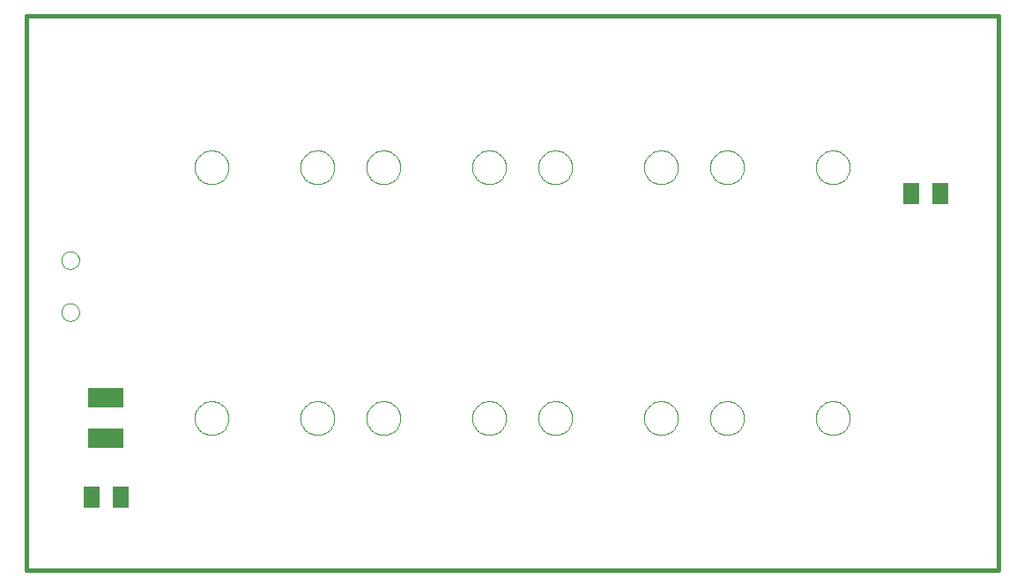
<source format=gtp>
G75*
G70*
%OFA0B0*%
%FSLAX24Y24*%
%IPPOS*%
%LPD*%
%AMOC8*
5,1,8,0,0,1.08239X$1,22.5*
%
%ADD10C,0.0160*%
%ADD11C,0.0000*%
%ADD12R,0.0630X0.0787*%
%ADD13R,0.1339X0.0748*%
D10*
X000550Y001235D02*
X037300Y001235D01*
X037300Y022235D01*
X000550Y022235D01*
X000550Y001235D01*
D11*
X006910Y006985D02*
X006912Y007035D01*
X006918Y007085D01*
X006928Y007134D01*
X006941Y007183D01*
X006959Y007230D01*
X006980Y007276D01*
X007004Y007319D01*
X007032Y007361D01*
X007063Y007401D01*
X007097Y007438D01*
X007134Y007472D01*
X007174Y007503D01*
X007216Y007531D01*
X007259Y007555D01*
X007305Y007576D01*
X007352Y007594D01*
X007401Y007607D01*
X007450Y007617D01*
X007500Y007623D01*
X007550Y007625D01*
X007600Y007623D01*
X007650Y007617D01*
X007699Y007607D01*
X007748Y007594D01*
X007795Y007576D01*
X007841Y007555D01*
X007884Y007531D01*
X007926Y007503D01*
X007966Y007472D01*
X008003Y007438D01*
X008037Y007401D01*
X008068Y007361D01*
X008096Y007319D01*
X008120Y007276D01*
X008141Y007230D01*
X008159Y007183D01*
X008172Y007134D01*
X008182Y007085D01*
X008188Y007035D01*
X008190Y006985D01*
X008188Y006935D01*
X008182Y006885D01*
X008172Y006836D01*
X008159Y006787D01*
X008141Y006740D01*
X008120Y006694D01*
X008096Y006651D01*
X008068Y006609D01*
X008037Y006569D01*
X008003Y006532D01*
X007966Y006498D01*
X007926Y006467D01*
X007884Y006439D01*
X007841Y006415D01*
X007795Y006394D01*
X007748Y006376D01*
X007699Y006363D01*
X007650Y006353D01*
X007600Y006347D01*
X007550Y006345D01*
X007500Y006347D01*
X007450Y006353D01*
X007401Y006363D01*
X007352Y006376D01*
X007305Y006394D01*
X007259Y006415D01*
X007216Y006439D01*
X007174Y006467D01*
X007134Y006498D01*
X007097Y006532D01*
X007063Y006569D01*
X007032Y006609D01*
X007004Y006651D01*
X006980Y006694D01*
X006959Y006740D01*
X006941Y006787D01*
X006928Y006836D01*
X006918Y006885D01*
X006912Y006935D01*
X006910Y006985D01*
X010910Y006985D02*
X010912Y007035D01*
X010918Y007085D01*
X010928Y007134D01*
X010941Y007183D01*
X010959Y007230D01*
X010980Y007276D01*
X011004Y007319D01*
X011032Y007361D01*
X011063Y007401D01*
X011097Y007438D01*
X011134Y007472D01*
X011174Y007503D01*
X011216Y007531D01*
X011259Y007555D01*
X011305Y007576D01*
X011352Y007594D01*
X011401Y007607D01*
X011450Y007617D01*
X011500Y007623D01*
X011550Y007625D01*
X011600Y007623D01*
X011650Y007617D01*
X011699Y007607D01*
X011748Y007594D01*
X011795Y007576D01*
X011841Y007555D01*
X011884Y007531D01*
X011926Y007503D01*
X011966Y007472D01*
X012003Y007438D01*
X012037Y007401D01*
X012068Y007361D01*
X012096Y007319D01*
X012120Y007276D01*
X012141Y007230D01*
X012159Y007183D01*
X012172Y007134D01*
X012182Y007085D01*
X012188Y007035D01*
X012190Y006985D01*
X012188Y006935D01*
X012182Y006885D01*
X012172Y006836D01*
X012159Y006787D01*
X012141Y006740D01*
X012120Y006694D01*
X012096Y006651D01*
X012068Y006609D01*
X012037Y006569D01*
X012003Y006532D01*
X011966Y006498D01*
X011926Y006467D01*
X011884Y006439D01*
X011841Y006415D01*
X011795Y006394D01*
X011748Y006376D01*
X011699Y006363D01*
X011650Y006353D01*
X011600Y006347D01*
X011550Y006345D01*
X011500Y006347D01*
X011450Y006353D01*
X011401Y006363D01*
X011352Y006376D01*
X011305Y006394D01*
X011259Y006415D01*
X011216Y006439D01*
X011174Y006467D01*
X011134Y006498D01*
X011097Y006532D01*
X011063Y006569D01*
X011032Y006609D01*
X011004Y006651D01*
X010980Y006694D01*
X010959Y006740D01*
X010941Y006787D01*
X010928Y006836D01*
X010918Y006885D01*
X010912Y006935D01*
X010910Y006985D01*
X013410Y006985D02*
X013412Y007035D01*
X013418Y007085D01*
X013428Y007134D01*
X013441Y007183D01*
X013459Y007230D01*
X013480Y007276D01*
X013504Y007319D01*
X013532Y007361D01*
X013563Y007401D01*
X013597Y007438D01*
X013634Y007472D01*
X013674Y007503D01*
X013716Y007531D01*
X013759Y007555D01*
X013805Y007576D01*
X013852Y007594D01*
X013901Y007607D01*
X013950Y007617D01*
X014000Y007623D01*
X014050Y007625D01*
X014100Y007623D01*
X014150Y007617D01*
X014199Y007607D01*
X014248Y007594D01*
X014295Y007576D01*
X014341Y007555D01*
X014384Y007531D01*
X014426Y007503D01*
X014466Y007472D01*
X014503Y007438D01*
X014537Y007401D01*
X014568Y007361D01*
X014596Y007319D01*
X014620Y007276D01*
X014641Y007230D01*
X014659Y007183D01*
X014672Y007134D01*
X014682Y007085D01*
X014688Y007035D01*
X014690Y006985D01*
X014688Y006935D01*
X014682Y006885D01*
X014672Y006836D01*
X014659Y006787D01*
X014641Y006740D01*
X014620Y006694D01*
X014596Y006651D01*
X014568Y006609D01*
X014537Y006569D01*
X014503Y006532D01*
X014466Y006498D01*
X014426Y006467D01*
X014384Y006439D01*
X014341Y006415D01*
X014295Y006394D01*
X014248Y006376D01*
X014199Y006363D01*
X014150Y006353D01*
X014100Y006347D01*
X014050Y006345D01*
X014000Y006347D01*
X013950Y006353D01*
X013901Y006363D01*
X013852Y006376D01*
X013805Y006394D01*
X013759Y006415D01*
X013716Y006439D01*
X013674Y006467D01*
X013634Y006498D01*
X013597Y006532D01*
X013563Y006569D01*
X013532Y006609D01*
X013504Y006651D01*
X013480Y006694D01*
X013459Y006740D01*
X013441Y006787D01*
X013428Y006836D01*
X013418Y006885D01*
X013412Y006935D01*
X013410Y006985D01*
X017410Y006985D02*
X017412Y007035D01*
X017418Y007085D01*
X017428Y007134D01*
X017441Y007183D01*
X017459Y007230D01*
X017480Y007276D01*
X017504Y007319D01*
X017532Y007361D01*
X017563Y007401D01*
X017597Y007438D01*
X017634Y007472D01*
X017674Y007503D01*
X017716Y007531D01*
X017759Y007555D01*
X017805Y007576D01*
X017852Y007594D01*
X017901Y007607D01*
X017950Y007617D01*
X018000Y007623D01*
X018050Y007625D01*
X018100Y007623D01*
X018150Y007617D01*
X018199Y007607D01*
X018248Y007594D01*
X018295Y007576D01*
X018341Y007555D01*
X018384Y007531D01*
X018426Y007503D01*
X018466Y007472D01*
X018503Y007438D01*
X018537Y007401D01*
X018568Y007361D01*
X018596Y007319D01*
X018620Y007276D01*
X018641Y007230D01*
X018659Y007183D01*
X018672Y007134D01*
X018682Y007085D01*
X018688Y007035D01*
X018690Y006985D01*
X018688Y006935D01*
X018682Y006885D01*
X018672Y006836D01*
X018659Y006787D01*
X018641Y006740D01*
X018620Y006694D01*
X018596Y006651D01*
X018568Y006609D01*
X018537Y006569D01*
X018503Y006532D01*
X018466Y006498D01*
X018426Y006467D01*
X018384Y006439D01*
X018341Y006415D01*
X018295Y006394D01*
X018248Y006376D01*
X018199Y006363D01*
X018150Y006353D01*
X018100Y006347D01*
X018050Y006345D01*
X018000Y006347D01*
X017950Y006353D01*
X017901Y006363D01*
X017852Y006376D01*
X017805Y006394D01*
X017759Y006415D01*
X017716Y006439D01*
X017674Y006467D01*
X017634Y006498D01*
X017597Y006532D01*
X017563Y006569D01*
X017532Y006609D01*
X017504Y006651D01*
X017480Y006694D01*
X017459Y006740D01*
X017441Y006787D01*
X017428Y006836D01*
X017418Y006885D01*
X017412Y006935D01*
X017410Y006985D01*
X019910Y006985D02*
X019912Y007035D01*
X019918Y007085D01*
X019928Y007134D01*
X019941Y007183D01*
X019959Y007230D01*
X019980Y007276D01*
X020004Y007319D01*
X020032Y007361D01*
X020063Y007401D01*
X020097Y007438D01*
X020134Y007472D01*
X020174Y007503D01*
X020216Y007531D01*
X020259Y007555D01*
X020305Y007576D01*
X020352Y007594D01*
X020401Y007607D01*
X020450Y007617D01*
X020500Y007623D01*
X020550Y007625D01*
X020600Y007623D01*
X020650Y007617D01*
X020699Y007607D01*
X020748Y007594D01*
X020795Y007576D01*
X020841Y007555D01*
X020884Y007531D01*
X020926Y007503D01*
X020966Y007472D01*
X021003Y007438D01*
X021037Y007401D01*
X021068Y007361D01*
X021096Y007319D01*
X021120Y007276D01*
X021141Y007230D01*
X021159Y007183D01*
X021172Y007134D01*
X021182Y007085D01*
X021188Y007035D01*
X021190Y006985D01*
X021188Y006935D01*
X021182Y006885D01*
X021172Y006836D01*
X021159Y006787D01*
X021141Y006740D01*
X021120Y006694D01*
X021096Y006651D01*
X021068Y006609D01*
X021037Y006569D01*
X021003Y006532D01*
X020966Y006498D01*
X020926Y006467D01*
X020884Y006439D01*
X020841Y006415D01*
X020795Y006394D01*
X020748Y006376D01*
X020699Y006363D01*
X020650Y006353D01*
X020600Y006347D01*
X020550Y006345D01*
X020500Y006347D01*
X020450Y006353D01*
X020401Y006363D01*
X020352Y006376D01*
X020305Y006394D01*
X020259Y006415D01*
X020216Y006439D01*
X020174Y006467D01*
X020134Y006498D01*
X020097Y006532D01*
X020063Y006569D01*
X020032Y006609D01*
X020004Y006651D01*
X019980Y006694D01*
X019959Y006740D01*
X019941Y006787D01*
X019928Y006836D01*
X019918Y006885D01*
X019912Y006935D01*
X019910Y006985D01*
X023910Y006985D02*
X023912Y007035D01*
X023918Y007085D01*
X023928Y007134D01*
X023941Y007183D01*
X023959Y007230D01*
X023980Y007276D01*
X024004Y007319D01*
X024032Y007361D01*
X024063Y007401D01*
X024097Y007438D01*
X024134Y007472D01*
X024174Y007503D01*
X024216Y007531D01*
X024259Y007555D01*
X024305Y007576D01*
X024352Y007594D01*
X024401Y007607D01*
X024450Y007617D01*
X024500Y007623D01*
X024550Y007625D01*
X024600Y007623D01*
X024650Y007617D01*
X024699Y007607D01*
X024748Y007594D01*
X024795Y007576D01*
X024841Y007555D01*
X024884Y007531D01*
X024926Y007503D01*
X024966Y007472D01*
X025003Y007438D01*
X025037Y007401D01*
X025068Y007361D01*
X025096Y007319D01*
X025120Y007276D01*
X025141Y007230D01*
X025159Y007183D01*
X025172Y007134D01*
X025182Y007085D01*
X025188Y007035D01*
X025190Y006985D01*
X025188Y006935D01*
X025182Y006885D01*
X025172Y006836D01*
X025159Y006787D01*
X025141Y006740D01*
X025120Y006694D01*
X025096Y006651D01*
X025068Y006609D01*
X025037Y006569D01*
X025003Y006532D01*
X024966Y006498D01*
X024926Y006467D01*
X024884Y006439D01*
X024841Y006415D01*
X024795Y006394D01*
X024748Y006376D01*
X024699Y006363D01*
X024650Y006353D01*
X024600Y006347D01*
X024550Y006345D01*
X024500Y006347D01*
X024450Y006353D01*
X024401Y006363D01*
X024352Y006376D01*
X024305Y006394D01*
X024259Y006415D01*
X024216Y006439D01*
X024174Y006467D01*
X024134Y006498D01*
X024097Y006532D01*
X024063Y006569D01*
X024032Y006609D01*
X024004Y006651D01*
X023980Y006694D01*
X023959Y006740D01*
X023941Y006787D01*
X023928Y006836D01*
X023918Y006885D01*
X023912Y006935D01*
X023910Y006985D01*
X026410Y006985D02*
X026412Y007035D01*
X026418Y007085D01*
X026428Y007134D01*
X026441Y007183D01*
X026459Y007230D01*
X026480Y007276D01*
X026504Y007319D01*
X026532Y007361D01*
X026563Y007401D01*
X026597Y007438D01*
X026634Y007472D01*
X026674Y007503D01*
X026716Y007531D01*
X026759Y007555D01*
X026805Y007576D01*
X026852Y007594D01*
X026901Y007607D01*
X026950Y007617D01*
X027000Y007623D01*
X027050Y007625D01*
X027100Y007623D01*
X027150Y007617D01*
X027199Y007607D01*
X027248Y007594D01*
X027295Y007576D01*
X027341Y007555D01*
X027384Y007531D01*
X027426Y007503D01*
X027466Y007472D01*
X027503Y007438D01*
X027537Y007401D01*
X027568Y007361D01*
X027596Y007319D01*
X027620Y007276D01*
X027641Y007230D01*
X027659Y007183D01*
X027672Y007134D01*
X027682Y007085D01*
X027688Y007035D01*
X027690Y006985D01*
X027688Y006935D01*
X027682Y006885D01*
X027672Y006836D01*
X027659Y006787D01*
X027641Y006740D01*
X027620Y006694D01*
X027596Y006651D01*
X027568Y006609D01*
X027537Y006569D01*
X027503Y006532D01*
X027466Y006498D01*
X027426Y006467D01*
X027384Y006439D01*
X027341Y006415D01*
X027295Y006394D01*
X027248Y006376D01*
X027199Y006363D01*
X027150Y006353D01*
X027100Y006347D01*
X027050Y006345D01*
X027000Y006347D01*
X026950Y006353D01*
X026901Y006363D01*
X026852Y006376D01*
X026805Y006394D01*
X026759Y006415D01*
X026716Y006439D01*
X026674Y006467D01*
X026634Y006498D01*
X026597Y006532D01*
X026563Y006569D01*
X026532Y006609D01*
X026504Y006651D01*
X026480Y006694D01*
X026459Y006740D01*
X026441Y006787D01*
X026428Y006836D01*
X026418Y006885D01*
X026412Y006935D01*
X026410Y006985D01*
X030410Y006985D02*
X030412Y007035D01*
X030418Y007085D01*
X030428Y007134D01*
X030441Y007183D01*
X030459Y007230D01*
X030480Y007276D01*
X030504Y007319D01*
X030532Y007361D01*
X030563Y007401D01*
X030597Y007438D01*
X030634Y007472D01*
X030674Y007503D01*
X030716Y007531D01*
X030759Y007555D01*
X030805Y007576D01*
X030852Y007594D01*
X030901Y007607D01*
X030950Y007617D01*
X031000Y007623D01*
X031050Y007625D01*
X031100Y007623D01*
X031150Y007617D01*
X031199Y007607D01*
X031248Y007594D01*
X031295Y007576D01*
X031341Y007555D01*
X031384Y007531D01*
X031426Y007503D01*
X031466Y007472D01*
X031503Y007438D01*
X031537Y007401D01*
X031568Y007361D01*
X031596Y007319D01*
X031620Y007276D01*
X031641Y007230D01*
X031659Y007183D01*
X031672Y007134D01*
X031682Y007085D01*
X031688Y007035D01*
X031690Y006985D01*
X031688Y006935D01*
X031682Y006885D01*
X031672Y006836D01*
X031659Y006787D01*
X031641Y006740D01*
X031620Y006694D01*
X031596Y006651D01*
X031568Y006609D01*
X031537Y006569D01*
X031503Y006532D01*
X031466Y006498D01*
X031426Y006467D01*
X031384Y006439D01*
X031341Y006415D01*
X031295Y006394D01*
X031248Y006376D01*
X031199Y006363D01*
X031150Y006353D01*
X031100Y006347D01*
X031050Y006345D01*
X031000Y006347D01*
X030950Y006353D01*
X030901Y006363D01*
X030852Y006376D01*
X030805Y006394D01*
X030759Y006415D01*
X030716Y006439D01*
X030674Y006467D01*
X030634Y006498D01*
X030597Y006532D01*
X030563Y006569D01*
X030532Y006609D01*
X030504Y006651D01*
X030480Y006694D01*
X030459Y006740D01*
X030441Y006787D01*
X030428Y006836D01*
X030418Y006885D01*
X030412Y006935D01*
X030410Y006985D01*
X030410Y016485D02*
X030412Y016535D01*
X030418Y016585D01*
X030428Y016634D01*
X030441Y016683D01*
X030459Y016730D01*
X030480Y016776D01*
X030504Y016819D01*
X030532Y016861D01*
X030563Y016901D01*
X030597Y016938D01*
X030634Y016972D01*
X030674Y017003D01*
X030716Y017031D01*
X030759Y017055D01*
X030805Y017076D01*
X030852Y017094D01*
X030901Y017107D01*
X030950Y017117D01*
X031000Y017123D01*
X031050Y017125D01*
X031100Y017123D01*
X031150Y017117D01*
X031199Y017107D01*
X031248Y017094D01*
X031295Y017076D01*
X031341Y017055D01*
X031384Y017031D01*
X031426Y017003D01*
X031466Y016972D01*
X031503Y016938D01*
X031537Y016901D01*
X031568Y016861D01*
X031596Y016819D01*
X031620Y016776D01*
X031641Y016730D01*
X031659Y016683D01*
X031672Y016634D01*
X031682Y016585D01*
X031688Y016535D01*
X031690Y016485D01*
X031688Y016435D01*
X031682Y016385D01*
X031672Y016336D01*
X031659Y016287D01*
X031641Y016240D01*
X031620Y016194D01*
X031596Y016151D01*
X031568Y016109D01*
X031537Y016069D01*
X031503Y016032D01*
X031466Y015998D01*
X031426Y015967D01*
X031384Y015939D01*
X031341Y015915D01*
X031295Y015894D01*
X031248Y015876D01*
X031199Y015863D01*
X031150Y015853D01*
X031100Y015847D01*
X031050Y015845D01*
X031000Y015847D01*
X030950Y015853D01*
X030901Y015863D01*
X030852Y015876D01*
X030805Y015894D01*
X030759Y015915D01*
X030716Y015939D01*
X030674Y015967D01*
X030634Y015998D01*
X030597Y016032D01*
X030563Y016069D01*
X030532Y016109D01*
X030504Y016151D01*
X030480Y016194D01*
X030459Y016240D01*
X030441Y016287D01*
X030428Y016336D01*
X030418Y016385D01*
X030412Y016435D01*
X030410Y016485D01*
X026410Y016485D02*
X026412Y016535D01*
X026418Y016585D01*
X026428Y016634D01*
X026441Y016683D01*
X026459Y016730D01*
X026480Y016776D01*
X026504Y016819D01*
X026532Y016861D01*
X026563Y016901D01*
X026597Y016938D01*
X026634Y016972D01*
X026674Y017003D01*
X026716Y017031D01*
X026759Y017055D01*
X026805Y017076D01*
X026852Y017094D01*
X026901Y017107D01*
X026950Y017117D01*
X027000Y017123D01*
X027050Y017125D01*
X027100Y017123D01*
X027150Y017117D01*
X027199Y017107D01*
X027248Y017094D01*
X027295Y017076D01*
X027341Y017055D01*
X027384Y017031D01*
X027426Y017003D01*
X027466Y016972D01*
X027503Y016938D01*
X027537Y016901D01*
X027568Y016861D01*
X027596Y016819D01*
X027620Y016776D01*
X027641Y016730D01*
X027659Y016683D01*
X027672Y016634D01*
X027682Y016585D01*
X027688Y016535D01*
X027690Y016485D01*
X027688Y016435D01*
X027682Y016385D01*
X027672Y016336D01*
X027659Y016287D01*
X027641Y016240D01*
X027620Y016194D01*
X027596Y016151D01*
X027568Y016109D01*
X027537Y016069D01*
X027503Y016032D01*
X027466Y015998D01*
X027426Y015967D01*
X027384Y015939D01*
X027341Y015915D01*
X027295Y015894D01*
X027248Y015876D01*
X027199Y015863D01*
X027150Y015853D01*
X027100Y015847D01*
X027050Y015845D01*
X027000Y015847D01*
X026950Y015853D01*
X026901Y015863D01*
X026852Y015876D01*
X026805Y015894D01*
X026759Y015915D01*
X026716Y015939D01*
X026674Y015967D01*
X026634Y015998D01*
X026597Y016032D01*
X026563Y016069D01*
X026532Y016109D01*
X026504Y016151D01*
X026480Y016194D01*
X026459Y016240D01*
X026441Y016287D01*
X026428Y016336D01*
X026418Y016385D01*
X026412Y016435D01*
X026410Y016485D01*
X023910Y016485D02*
X023912Y016535D01*
X023918Y016585D01*
X023928Y016634D01*
X023941Y016683D01*
X023959Y016730D01*
X023980Y016776D01*
X024004Y016819D01*
X024032Y016861D01*
X024063Y016901D01*
X024097Y016938D01*
X024134Y016972D01*
X024174Y017003D01*
X024216Y017031D01*
X024259Y017055D01*
X024305Y017076D01*
X024352Y017094D01*
X024401Y017107D01*
X024450Y017117D01*
X024500Y017123D01*
X024550Y017125D01*
X024600Y017123D01*
X024650Y017117D01*
X024699Y017107D01*
X024748Y017094D01*
X024795Y017076D01*
X024841Y017055D01*
X024884Y017031D01*
X024926Y017003D01*
X024966Y016972D01*
X025003Y016938D01*
X025037Y016901D01*
X025068Y016861D01*
X025096Y016819D01*
X025120Y016776D01*
X025141Y016730D01*
X025159Y016683D01*
X025172Y016634D01*
X025182Y016585D01*
X025188Y016535D01*
X025190Y016485D01*
X025188Y016435D01*
X025182Y016385D01*
X025172Y016336D01*
X025159Y016287D01*
X025141Y016240D01*
X025120Y016194D01*
X025096Y016151D01*
X025068Y016109D01*
X025037Y016069D01*
X025003Y016032D01*
X024966Y015998D01*
X024926Y015967D01*
X024884Y015939D01*
X024841Y015915D01*
X024795Y015894D01*
X024748Y015876D01*
X024699Y015863D01*
X024650Y015853D01*
X024600Y015847D01*
X024550Y015845D01*
X024500Y015847D01*
X024450Y015853D01*
X024401Y015863D01*
X024352Y015876D01*
X024305Y015894D01*
X024259Y015915D01*
X024216Y015939D01*
X024174Y015967D01*
X024134Y015998D01*
X024097Y016032D01*
X024063Y016069D01*
X024032Y016109D01*
X024004Y016151D01*
X023980Y016194D01*
X023959Y016240D01*
X023941Y016287D01*
X023928Y016336D01*
X023918Y016385D01*
X023912Y016435D01*
X023910Y016485D01*
X019910Y016485D02*
X019912Y016535D01*
X019918Y016585D01*
X019928Y016634D01*
X019941Y016683D01*
X019959Y016730D01*
X019980Y016776D01*
X020004Y016819D01*
X020032Y016861D01*
X020063Y016901D01*
X020097Y016938D01*
X020134Y016972D01*
X020174Y017003D01*
X020216Y017031D01*
X020259Y017055D01*
X020305Y017076D01*
X020352Y017094D01*
X020401Y017107D01*
X020450Y017117D01*
X020500Y017123D01*
X020550Y017125D01*
X020600Y017123D01*
X020650Y017117D01*
X020699Y017107D01*
X020748Y017094D01*
X020795Y017076D01*
X020841Y017055D01*
X020884Y017031D01*
X020926Y017003D01*
X020966Y016972D01*
X021003Y016938D01*
X021037Y016901D01*
X021068Y016861D01*
X021096Y016819D01*
X021120Y016776D01*
X021141Y016730D01*
X021159Y016683D01*
X021172Y016634D01*
X021182Y016585D01*
X021188Y016535D01*
X021190Y016485D01*
X021188Y016435D01*
X021182Y016385D01*
X021172Y016336D01*
X021159Y016287D01*
X021141Y016240D01*
X021120Y016194D01*
X021096Y016151D01*
X021068Y016109D01*
X021037Y016069D01*
X021003Y016032D01*
X020966Y015998D01*
X020926Y015967D01*
X020884Y015939D01*
X020841Y015915D01*
X020795Y015894D01*
X020748Y015876D01*
X020699Y015863D01*
X020650Y015853D01*
X020600Y015847D01*
X020550Y015845D01*
X020500Y015847D01*
X020450Y015853D01*
X020401Y015863D01*
X020352Y015876D01*
X020305Y015894D01*
X020259Y015915D01*
X020216Y015939D01*
X020174Y015967D01*
X020134Y015998D01*
X020097Y016032D01*
X020063Y016069D01*
X020032Y016109D01*
X020004Y016151D01*
X019980Y016194D01*
X019959Y016240D01*
X019941Y016287D01*
X019928Y016336D01*
X019918Y016385D01*
X019912Y016435D01*
X019910Y016485D01*
X017410Y016485D02*
X017412Y016535D01*
X017418Y016585D01*
X017428Y016634D01*
X017441Y016683D01*
X017459Y016730D01*
X017480Y016776D01*
X017504Y016819D01*
X017532Y016861D01*
X017563Y016901D01*
X017597Y016938D01*
X017634Y016972D01*
X017674Y017003D01*
X017716Y017031D01*
X017759Y017055D01*
X017805Y017076D01*
X017852Y017094D01*
X017901Y017107D01*
X017950Y017117D01*
X018000Y017123D01*
X018050Y017125D01*
X018100Y017123D01*
X018150Y017117D01*
X018199Y017107D01*
X018248Y017094D01*
X018295Y017076D01*
X018341Y017055D01*
X018384Y017031D01*
X018426Y017003D01*
X018466Y016972D01*
X018503Y016938D01*
X018537Y016901D01*
X018568Y016861D01*
X018596Y016819D01*
X018620Y016776D01*
X018641Y016730D01*
X018659Y016683D01*
X018672Y016634D01*
X018682Y016585D01*
X018688Y016535D01*
X018690Y016485D01*
X018688Y016435D01*
X018682Y016385D01*
X018672Y016336D01*
X018659Y016287D01*
X018641Y016240D01*
X018620Y016194D01*
X018596Y016151D01*
X018568Y016109D01*
X018537Y016069D01*
X018503Y016032D01*
X018466Y015998D01*
X018426Y015967D01*
X018384Y015939D01*
X018341Y015915D01*
X018295Y015894D01*
X018248Y015876D01*
X018199Y015863D01*
X018150Y015853D01*
X018100Y015847D01*
X018050Y015845D01*
X018000Y015847D01*
X017950Y015853D01*
X017901Y015863D01*
X017852Y015876D01*
X017805Y015894D01*
X017759Y015915D01*
X017716Y015939D01*
X017674Y015967D01*
X017634Y015998D01*
X017597Y016032D01*
X017563Y016069D01*
X017532Y016109D01*
X017504Y016151D01*
X017480Y016194D01*
X017459Y016240D01*
X017441Y016287D01*
X017428Y016336D01*
X017418Y016385D01*
X017412Y016435D01*
X017410Y016485D01*
X013410Y016485D02*
X013412Y016535D01*
X013418Y016585D01*
X013428Y016634D01*
X013441Y016683D01*
X013459Y016730D01*
X013480Y016776D01*
X013504Y016819D01*
X013532Y016861D01*
X013563Y016901D01*
X013597Y016938D01*
X013634Y016972D01*
X013674Y017003D01*
X013716Y017031D01*
X013759Y017055D01*
X013805Y017076D01*
X013852Y017094D01*
X013901Y017107D01*
X013950Y017117D01*
X014000Y017123D01*
X014050Y017125D01*
X014100Y017123D01*
X014150Y017117D01*
X014199Y017107D01*
X014248Y017094D01*
X014295Y017076D01*
X014341Y017055D01*
X014384Y017031D01*
X014426Y017003D01*
X014466Y016972D01*
X014503Y016938D01*
X014537Y016901D01*
X014568Y016861D01*
X014596Y016819D01*
X014620Y016776D01*
X014641Y016730D01*
X014659Y016683D01*
X014672Y016634D01*
X014682Y016585D01*
X014688Y016535D01*
X014690Y016485D01*
X014688Y016435D01*
X014682Y016385D01*
X014672Y016336D01*
X014659Y016287D01*
X014641Y016240D01*
X014620Y016194D01*
X014596Y016151D01*
X014568Y016109D01*
X014537Y016069D01*
X014503Y016032D01*
X014466Y015998D01*
X014426Y015967D01*
X014384Y015939D01*
X014341Y015915D01*
X014295Y015894D01*
X014248Y015876D01*
X014199Y015863D01*
X014150Y015853D01*
X014100Y015847D01*
X014050Y015845D01*
X014000Y015847D01*
X013950Y015853D01*
X013901Y015863D01*
X013852Y015876D01*
X013805Y015894D01*
X013759Y015915D01*
X013716Y015939D01*
X013674Y015967D01*
X013634Y015998D01*
X013597Y016032D01*
X013563Y016069D01*
X013532Y016109D01*
X013504Y016151D01*
X013480Y016194D01*
X013459Y016240D01*
X013441Y016287D01*
X013428Y016336D01*
X013418Y016385D01*
X013412Y016435D01*
X013410Y016485D01*
X010910Y016485D02*
X010912Y016535D01*
X010918Y016585D01*
X010928Y016634D01*
X010941Y016683D01*
X010959Y016730D01*
X010980Y016776D01*
X011004Y016819D01*
X011032Y016861D01*
X011063Y016901D01*
X011097Y016938D01*
X011134Y016972D01*
X011174Y017003D01*
X011216Y017031D01*
X011259Y017055D01*
X011305Y017076D01*
X011352Y017094D01*
X011401Y017107D01*
X011450Y017117D01*
X011500Y017123D01*
X011550Y017125D01*
X011600Y017123D01*
X011650Y017117D01*
X011699Y017107D01*
X011748Y017094D01*
X011795Y017076D01*
X011841Y017055D01*
X011884Y017031D01*
X011926Y017003D01*
X011966Y016972D01*
X012003Y016938D01*
X012037Y016901D01*
X012068Y016861D01*
X012096Y016819D01*
X012120Y016776D01*
X012141Y016730D01*
X012159Y016683D01*
X012172Y016634D01*
X012182Y016585D01*
X012188Y016535D01*
X012190Y016485D01*
X012188Y016435D01*
X012182Y016385D01*
X012172Y016336D01*
X012159Y016287D01*
X012141Y016240D01*
X012120Y016194D01*
X012096Y016151D01*
X012068Y016109D01*
X012037Y016069D01*
X012003Y016032D01*
X011966Y015998D01*
X011926Y015967D01*
X011884Y015939D01*
X011841Y015915D01*
X011795Y015894D01*
X011748Y015876D01*
X011699Y015863D01*
X011650Y015853D01*
X011600Y015847D01*
X011550Y015845D01*
X011500Y015847D01*
X011450Y015853D01*
X011401Y015863D01*
X011352Y015876D01*
X011305Y015894D01*
X011259Y015915D01*
X011216Y015939D01*
X011174Y015967D01*
X011134Y015998D01*
X011097Y016032D01*
X011063Y016069D01*
X011032Y016109D01*
X011004Y016151D01*
X010980Y016194D01*
X010959Y016240D01*
X010941Y016287D01*
X010928Y016336D01*
X010918Y016385D01*
X010912Y016435D01*
X010910Y016485D01*
X006910Y016485D02*
X006912Y016535D01*
X006918Y016585D01*
X006928Y016634D01*
X006941Y016683D01*
X006959Y016730D01*
X006980Y016776D01*
X007004Y016819D01*
X007032Y016861D01*
X007063Y016901D01*
X007097Y016938D01*
X007134Y016972D01*
X007174Y017003D01*
X007216Y017031D01*
X007259Y017055D01*
X007305Y017076D01*
X007352Y017094D01*
X007401Y017107D01*
X007450Y017117D01*
X007500Y017123D01*
X007550Y017125D01*
X007600Y017123D01*
X007650Y017117D01*
X007699Y017107D01*
X007748Y017094D01*
X007795Y017076D01*
X007841Y017055D01*
X007884Y017031D01*
X007926Y017003D01*
X007966Y016972D01*
X008003Y016938D01*
X008037Y016901D01*
X008068Y016861D01*
X008096Y016819D01*
X008120Y016776D01*
X008141Y016730D01*
X008159Y016683D01*
X008172Y016634D01*
X008182Y016585D01*
X008188Y016535D01*
X008190Y016485D01*
X008188Y016435D01*
X008182Y016385D01*
X008172Y016336D01*
X008159Y016287D01*
X008141Y016240D01*
X008120Y016194D01*
X008096Y016151D01*
X008068Y016109D01*
X008037Y016069D01*
X008003Y016032D01*
X007966Y015998D01*
X007926Y015967D01*
X007884Y015939D01*
X007841Y015915D01*
X007795Y015894D01*
X007748Y015876D01*
X007699Y015863D01*
X007650Y015853D01*
X007600Y015847D01*
X007550Y015845D01*
X007500Y015847D01*
X007450Y015853D01*
X007401Y015863D01*
X007352Y015876D01*
X007305Y015894D01*
X007259Y015915D01*
X007216Y015939D01*
X007174Y015967D01*
X007134Y015998D01*
X007097Y016032D01*
X007063Y016069D01*
X007032Y016109D01*
X007004Y016151D01*
X006980Y016194D01*
X006959Y016240D01*
X006941Y016287D01*
X006928Y016336D01*
X006918Y016385D01*
X006912Y016435D01*
X006910Y016485D01*
X001869Y012969D02*
X001871Y013005D01*
X001877Y013041D01*
X001887Y013076D01*
X001900Y013110D01*
X001917Y013142D01*
X001937Y013172D01*
X001961Y013199D01*
X001987Y013224D01*
X002016Y013246D01*
X002047Y013265D01*
X002080Y013280D01*
X002114Y013292D01*
X002150Y013300D01*
X002186Y013304D01*
X002222Y013304D01*
X002258Y013300D01*
X002294Y013292D01*
X002328Y013280D01*
X002361Y013265D01*
X002392Y013246D01*
X002421Y013224D01*
X002447Y013199D01*
X002471Y013172D01*
X002491Y013142D01*
X002508Y013110D01*
X002521Y013076D01*
X002531Y013041D01*
X002537Y013005D01*
X002539Y012969D01*
X002537Y012933D01*
X002531Y012897D01*
X002521Y012862D01*
X002508Y012828D01*
X002491Y012796D01*
X002471Y012766D01*
X002447Y012739D01*
X002421Y012714D01*
X002392Y012692D01*
X002361Y012673D01*
X002328Y012658D01*
X002294Y012646D01*
X002258Y012638D01*
X002222Y012634D01*
X002186Y012634D01*
X002150Y012638D01*
X002114Y012646D01*
X002080Y012658D01*
X002047Y012673D01*
X002016Y012692D01*
X001987Y012714D01*
X001961Y012739D01*
X001937Y012766D01*
X001917Y012796D01*
X001900Y012828D01*
X001887Y012862D01*
X001877Y012897D01*
X001871Y012933D01*
X001869Y012969D01*
X001869Y011001D02*
X001871Y011037D01*
X001877Y011073D01*
X001887Y011108D01*
X001900Y011142D01*
X001917Y011174D01*
X001937Y011204D01*
X001961Y011231D01*
X001987Y011256D01*
X002016Y011278D01*
X002047Y011297D01*
X002080Y011312D01*
X002114Y011324D01*
X002150Y011332D01*
X002186Y011336D01*
X002222Y011336D01*
X002258Y011332D01*
X002294Y011324D01*
X002328Y011312D01*
X002361Y011297D01*
X002392Y011278D01*
X002421Y011256D01*
X002447Y011231D01*
X002471Y011204D01*
X002491Y011174D01*
X002508Y011142D01*
X002521Y011108D01*
X002531Y011073D01*
X002537Y011037D01*
X002539Y011001D01*
X002537Y010965D01*
X002531Y010929D01*
X002521Y010894D01*
X002508Y010860D01*
X002491Y010828D01*
X002471Y010798D01*
X002447Y010771D01*
X002421Y010746D01*
X002392Y010724D01*
X002361Y010705D01*
X002328Y010690D01*
X002294Y010678D01*
X002258Y010670D01*
X002222Y010666D01*
X002186Y010666D01*
X002150Y010670D01*
X002114Y010678D01*
X002080Y010690D01*
X002047Y010705D01*
X002016Y010724D01*
X001987Y010746D01*
X001961Y010771D01*
X001937Y010798D01*
X001917Y010828D01*
X001900Y010860D01*
X001887Y010894D01*
X001877Y010929D01*
X001871Y010965D01*
X001869Y011001D01*
D12*
X002999Y003985D03*
X004101Y003985D03*
X033999Y015485D03*
X035101Y015485D03*
D13*
X003550Y007753D03*
X003550Y006217D03*
M02*

</source>
